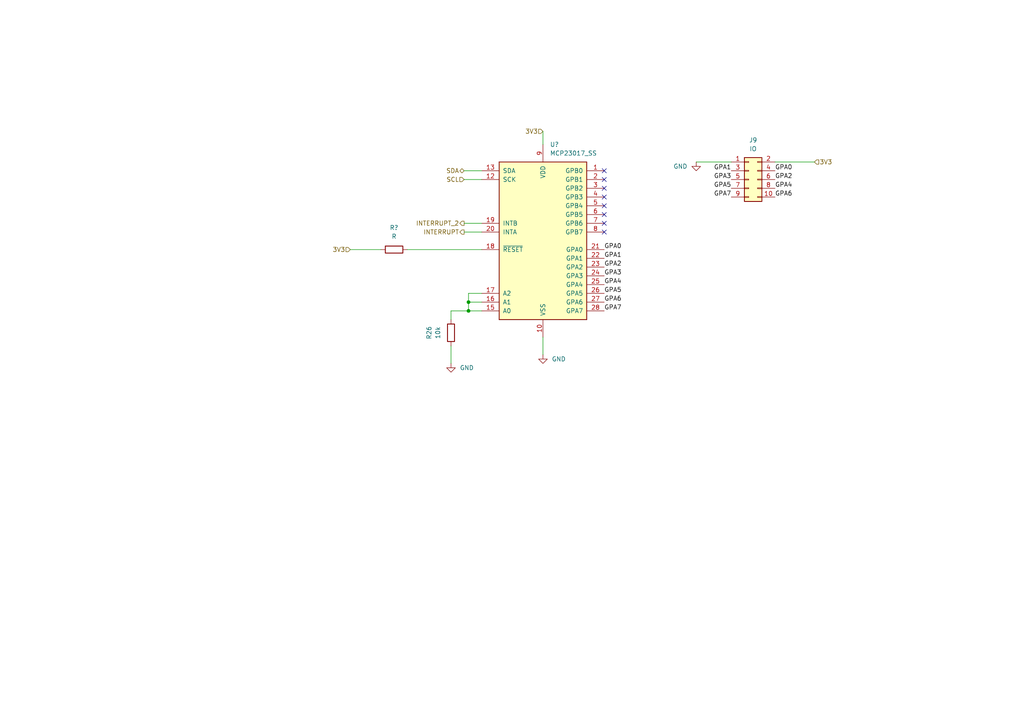
<source format=kicad_sch>
(kicad_sch (version 20211123) (generator eeschema)
  (paper "A4")
  (lib_symbols
    (symbol "Connector_Generic:Conn_02x05_Odd_Even" (pin_names (offset 1.016) hide)
      (property "Reference" "J" (at 1.27 7.62 0))
      (property "Value" "Conn_02x05_Odd_Even" (at 1.27 -7.62 0))
      (symbol "Conn_02x05_Odd_Even_1_1"
        (rectangle (start -1.27 -4.953) (end 0 -5.207) (stroke (width 0.1524)))
        (rectangle (start -1.27 -2.413) (end 0 -2.667) (stroke (width 0.1524)))
        (rectangle (start -1.27 0.127) (end 0 -0.127) (stroke (width 0.1524)))
        (rectangle (start -1.27 2.667) (end 0 2.413) (stroke (width 0.1524)))
        (rectangle (start -1.27 5.207) (end 0 4.953) (stroke (width 0.1524)))
        (rectangle (start -1.27 6.35) (end 3.81 -6.35) (stroke (width 0.254)) (fill (type background)))
        (rectangle (start 3.81 -4.953) (end 2.54 -5.207) (stroke (width 0.1524)))
        (rectangle (start 3.81 -2.413) (end 2.54 -2.667) (stroke (width 0.1524)))
        (rectangle (start 3.81 0.127) (end 2.54 -0.127) (stroke (width 0.1524)))
        (rectangle (start 3.81 2.667) (end 2.54 2.413) (stroke (width 0.1524)))
        (rectangle (start 3.81 5.207) (end 2.54 4.953) (stroke (width 0.1524)))
        (pin passive line (at -5.08 5.08 0) (length 3.81) (name "Pin_1") (number "1"))
        (pin passive line (at 7.62 -5.08 180) (length 3.81) (name "Pin_10") (number "10"))
        (pin passive line (at 7.62 5.08 180) (length 3.81) (name "Pin_2") (number "2"))
        (pin passive line (at -5.08 2.54 0) (length 3.81) (name "Pin_3") (number "3"))
        (pin passive line (at 7.62 2.54 180) (length 3.81) (name "Pin_4") (number "4"))
        (pin passive line (at -5.08 0 0) (length 3.81) (name "Pin_5") (number "5"))
        (pin passive line (at 7.62 0 180) (length 3.81) (name "Pin_6") (number "6"))
        (pin passive line (at -5.08 -2.54 0) (length 3.81) (name "Pin_7") (number "7"))
        (pin passive line (at 7.62 -2.54 180) (length 3.81) (name "Pin_8") (number "8"))
        (pin passive line (at -5.08 -5.08 0) (length 3.81) (name "Pin_9") (number "9"))
      )
    )
    (symbol "Device:R" (pin_numbers hide) (pin_names (offset 0))
      (property "Reference" "R" (at 2.032 0 90))
      (property "Value" "R" (at 0 0 90))
      (symbol "R_0_1"
        (rectangle (start -1.016 -2.54) (end 1.016 2.54) (stroke (width 0.254)))
      )
      (symbol "R_1_1"
        (pin passive line (at 0 3.81 270) (length 1.27) (name "~") (number "1"))
        (pin passive line (at 0 -3.81 90) (length 1.27) (name "~") (number "2"))
      )
    )
    (symbol "Interface_Expansion:MCP23017_SS" (pin_names (offset 1.016))
      (property "Reference" "U" (at -11.43 24.13 0))
      (property "Value" "MCP23017_SS" (at 0 0 0))
      (symbol "MCP23017_SS_0_1"
        (rectangle (start -12.7 22.86) (end 12.7 -22.86) (stroke (width 0.254)) (fill (type background)))
      )
      (symbol "MCP23017_SS_1_1"
        (pin bidirectional line (at 17.78 20.32 180) (length 5.08) (name "GPB0") (number "1"))
        (pin power_in line (at 0 -27.94 90) (length 5.08) (name "VSS") (number "10"))
        (pin no_connect line (at -12.7 15.24 0) (length 5.08) hide (name "NC") (number "11"))
        (pin input line (at -17.78 17.78 0) (length 5.08) (name "SCK") (number "12"))
        (pin bidirectional line (at -17.78 20.32 0) (length 5.08) (name "SDA") (number "13"))
        (pin no_connect line (at -12.7 12.7 0) (length 5.08) hide (name "NC") (number "14"))
        (pin input line (at -17.78 -20.32 0) (length 5.08) (name "A0") (number "15"))
        (pin input line (at -17.78 -17.78 0) (length 5.08) (name "A1") (number "16"))
        (pin input line (at -17.78 -15.24 0) (length 5.08) (name "A2") (number "17"))
        (pin input line (at -17.78 -2.54 0) (length 5.08) (name "~{RESET}") (number "18"))
        (pin tri_state line (at -17.78 5.08 0) (length 5.08) (name "INTB") (number "19"))
        (pin bidirectional line (at 17.78 17.78 180) (length 5.08) (name "GPB1") (number "2"))
        (pin tri_state line (at -17.78 2.54 0) (length 5.08) (name "INTA") (number "20"))
        (pin bidirectional line (at 17.78 -2.54 180) (length 5.08) (name "GPA0") (number "21"))
        (pin bidirectional line (at 17.78 -5.08 180) (length 5.08) (name "GPA1") (number "22"))
        (pin bidirectional line (at 17.78 -7.62 180) (length 5.08) (name "GPA2") (number "23"))
        (pin bidirectional line (at 17.78 -10.16 180) (length 5.08) (name "GPA3") (number "24"))
        (pin bidirectional line (at 17.78 -12.7 180) (length 5.08) (name "GPA4") (number "25"))
        (pin bidirectional line (at 17.78 -15.24 180) (length 5.08) (name "GPA5") (number "26"))
        (pin bidirectional line (at 17.78 -17.78 180) (length 5.08) (name "GPA6") (number "27"))
        (pin bidirectional line (at 17.78 -20.32 180) (length 5.08) (name "GPA7") (number "28"))
        (pin bidirectional line (at 17.78 15.24 180) (length 5.08) (name "GPB2") (number "3"))
        (pin bidirectional line (at 17.78 12.7 180) (length 5.08) (name "GPB3") (number "4"))
        (pin bidirectional line (at 17.78 10.16 180) (length 5.08) (name "GPB4") (number "5"))
        (pin bidirectional line (at 17.78 7.62 180) (length 5.08) (name "GPB5") (number "6"))
        (pin bidirectional line (at 17.78 5.08 180) (length 5.08) (name "GPB6") (number "7"))
        (pin bidirectional line (at 17.78 2.54 180) (length 5.08) (name "GPB7") (number "8"))
        (pin power_in line (at 0 27.94 270) (length 5.08) (name "VDD") (number "9"))
      )
    )
    (symbol "power:GND" (power) (pin_names (offset 0))
      (property "Value" "GND" (at 0 -3.81 0))
      (symbol "GND_0_1"
        (polyline (pts (xy 0 0) (xy 0 -1.27) (xy 1.27 -1.27) (xy 0 -2.54) (xy -1.27 -1.27) (xy 0 -1.27)))
      )
      (symbol "GND_1_1"
        (pin power_in line (at 0 0 270) (length 0) hide (name "GND") (number "1"))
      )
    )
  )
  (junction (at 135.89 87.63))
  (junction (at 135.89 90.17))
  (no_connect (at 175.26 59.69))
  (no_connect (at 175.26 54.61))
  (no_connect (at 175.26 67.31))
  (no_connect (at 175.26 49.53))
  (no_connect (at 175.26 62.23))
  (no_connect (at 175.26 52.07))
  (no_connect (at 175.26 64.77))
  (no_connect (at 175.26 57.15))
  (wire (pts (xy 157.48 38.1) (xy 157.48 41.91)))
  (wire (pts (xy 130.81 90.17) (xy 130.81 92.71)))
  (wire (pts (xy 130.81 100.33) (xy 130.81 105.41)))
  (wire (pts (xy 134.62 64.77) (xy 139.7 64.77)))
  (wire (pts (xy 135.89 90.17) (xy 135.89 87.63)))
  (wire (pts (xy 139.7 87.63) (xy 135.89 87.63)))
  (wire (pts (xy 134.62 67.31) (xy 139.7 67.31)))
  (wire (pts (xy 118.11 72.39) (xy 139.7 72.39)))
  (wire (pts (xy 224.79 46.99) (xy 236.22 46.99)))
  (wire (pts (xy 130.81 90.17) (xy 135.89 90.17)))
  (wire (pts (xy 139.7 90.17) (xy 135.89 90.17)))
  (wire (pts (xy 201.93 46.99) (xy 212.09 46.99)))
  (wire (pts (xy 157.48 102.87) (xy 157.48 97.79)))
  (wire (pts (xy 134.62 52.07) (xy 139.7 52.07)))
  (wire (pts (xy 134.62 49.53) (xy 139.7 49.53)))
  (wire (pts (xy 101.6 72.39) (xy 110.49 72.39)))
  (wire (pts (xy 135.89 87.63) (xy 135.89 85.09)))
  (wire (pts (xy 135.89 85.09) (xy 139.7 85.09)))
  (label "GPA1" (at 212.09 49.53 180))
  (label "GPA1" (at 175.26 74.93 0))
  (label "GPA3" (at 212.09 52.07 180))
  (label "GPA2" (at 224.79 52.07 0))
  (label "GPA0" (at 224.79 49.53 0))
  (label "GPA4" (at 175.26 82.55 0))
  (label "GPA5" (at 175.26 85.09 0))
  (label "GPA7" (at 175.26 90.17 0))
  (label "GPA0" (at 175.26 72.39 0))
  (label "GPA3" (at 175.26 80.01 0))
  (label "GPA2" (at 175.26 77.47 0))
  (label "GPA4" (at 224.79 54.61 0))
  (label "GPA7" (at 212.09 57.15 180))
  (label "GPA6" (at 175.26 87.63 0))
  (label "GPA5" (at 212.09 54.61 180))
  (label "GPA6" (at 224.79 57.15 0))
  (hierarchical_label "INTERRUPT" (shape output) (at 134.62 67.31 180))
  (hierarchical_label "3V3" (shape input) (at 101.6 72.39 180))
  (hierarchical_label "3V3" (shape input) (at 157.48 38.1 180))
  (hierarchical_label "3V3" (shape input) (at 236.22 46.99 0))
  (hierarchical_label "SDA" (shape bidirectional) (at 134.62 49.53 180))
  (hierarchical_label "INTERRUPT_2" (shape output) (at 134.62 64.77 180))
  (hierarchical_label "SCL" (shape input) (at 134.62 52.07 180))
  (symbol (lib_id "Interface_Expansion:MCP23017_SS") (at 157.48 69.85 0) (unit 1)
    (property "Reference" "U?" (at 159.4994 41.91 0) (effects (justify left)))
    (property "Value" "MCP23017_SS" (at 159.4994 44.45 0) (effects (justify left)))
    (property "Footprint" "Package_SO:SSOP-28_5.3x10.2mm_P0.65mm" (effects hide))
    (property "Datasheet" "http://ww1.microchip.com/downloads/en/DeviceDoc/20001952C.pdf" (effects hide))
  )
  (symbol (lib_id "power:GND") (at 201.93 46.99 0) (mirror y) (unit 1)
    (property "Reference" "#PWR050" (effects hide))
    (property "Value" "~" (at 199.39 48.2599 0) (effects (justify left)))
  )
  (symbol (lib_id "Device:R") (at 114.3 72.39 90) (unit 1)
    (property "Reference" "R?" (at 114.3 66.04 90))
    (property "Value" "R" (at 114.3 68.58 90))
    (property "Footprint" "Resistor_SMD:R_1206_3216Metric" (effects hide))
  )
  (symbol (lib_id "power:GND") (at 130.81 105.41 0) (unit 1)
    (property "Reference" "#PWR048" (effects hide))
    (property "Value" "~" (at 133.35 106.6799 0) (effects (justify left)))
  )
  (symbol (lib_id "Connector_Generic:Conn_02x05_Odd_Even") (at 217.17 52.07 0) (unit 1)
    (property "Reference" "J9" (at 218.44 40.64 0))
    (property "Value" "IO" (at 218.44 43.18 0))
    (property "Footprint" "Connector_PinHeader_2.54mm:PinHeader_2x05_P2.54mm_Vertical" (effects hide))
  )
  (symbol (lib_id "Device:R") (at 130.81 96.52 180) (unit 1)
    (property "Reference" "R26" (at 124.46 96.52 90))
    (property "Value" "10k" (at 127 96.52 90))
    (property "Footprint" "Resistor_SMD:R_1206_3216Metric" (effects hide))
  )
  (symbol (lib_id "power:GND") (at 157.48 102.87 0) (unit 1)
    (property "Reference" "#PWR?" (effects hide))
    (property "Value" "GND" (at 160.02 104.1399 0) (effects (justify left)))
  )
)
</source>
